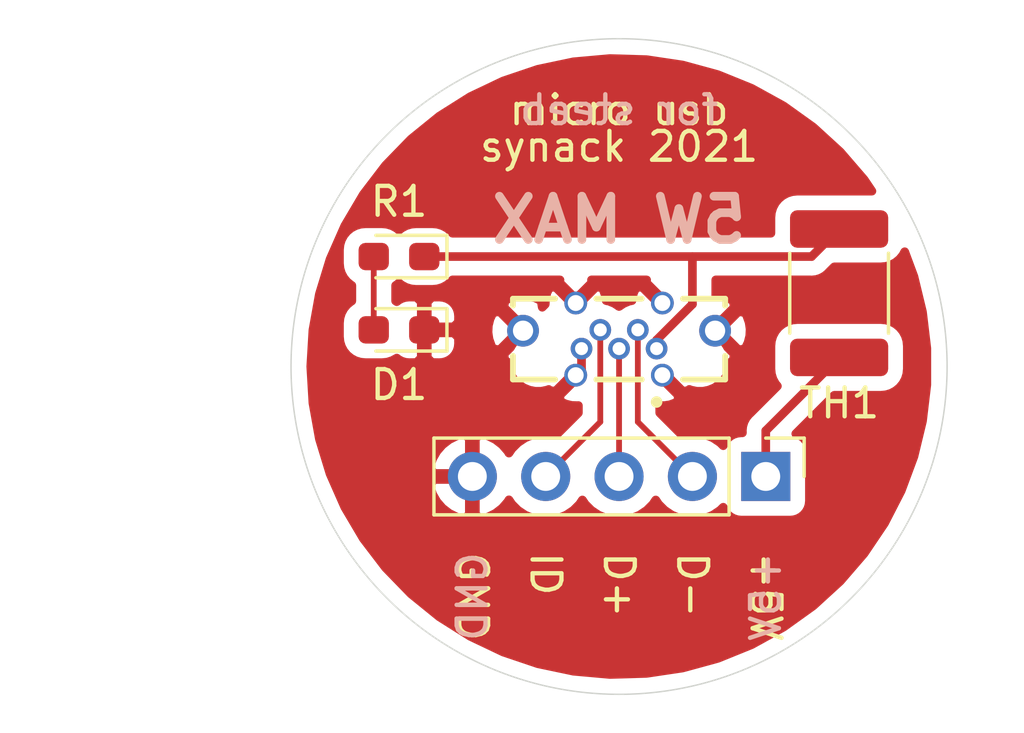
<source format=kicad_pcb>
(kicad_pcb (version 20171130) (host pcbnew "(5.1.9)-1")

  (general
    (thickness 1.6)
    (drawings 12)
    (tracks 15)
    (zones 0)
    (modules 5)
    (nets 8)
  )

  (page A4)
  (layers
    (0 F.Cu signal)
    (31 B.Cu signal)
    (32 B.Adhes user)
    (33 F.Adhes user)
    (34 B.Paste user)
    (35 F.Paste user)
    (36 B.SilkS user)
    (37 F.SilkS user)
    (38 B.Mask user)
    (39 F.Mask user)
    (40 Dwgs.User user)
    (41 Cmts.User user)
    (42 Eco1.User user)
    (43 Eco2.User user)
    (44 Edge.Cuts user)
    (45 Margin user)
    (46 B.CrtYd user)
    (47 F.CrtYd user)
    (48 B.Fab user)
    (49 F.Fab user)
  )

  (setup
    (last_trace_width 0.2)
    (trace_clearance 0.1524)
    (zone_clearance 0.508)
    (zone_45_only no)
    (trace_min 0.1524)
    (via_size 0.8)
    (via_drill 0.4)
    (via_min_size 0.127)
    (via_min_drill 0.254)
    (uvia_size 0.3)
    (uvia_drill 0.254)
    (uvias_allowed no)
    (uvia_min_size 0.254)
    (uvia_min_drill 0.254)
    (edge_width 0.05)
    (segment_width 0.2)
    (pcb_text_width 0.3)
    (pcb_text_size 1.5 1.5)
    (mod_edge_width 0.12)
    (mod_text_size 1 1)
    (mod_text_width 0.15)
    (pad_size 1.524 1.524)
    (pad_drill 0.762)
    (pad_to_mask_clearance 0.0508)
    (solder_mask_min_width 0.101)
    (aux_axis_origin 0 0)
    (visible_elements FFFFFF7F)
    (pcbplotparams
      (layerselection 0x010fc_ffffffff)
      (usegerberextensions false)
      (usegerberattributes true)
      (usegerberadvancedattributes true)
      (creategerberjobfile true)
      (excludeedgelayer true)
      (linewidth 0.100000)
      (plotframeref false)
      (viasonmask false)
      (mode 1)
      (useauxorigin false)
      (hpglpennumber 1)
      (hpglpenspeed 20)
      (hpglpendiameter 15.000000)
      (psnegative false)
      (psa4output false)
      (plotreference true)
      (plotvalue true)
      (plotinvisibletext false)
      (padsonsilk false)
      (subtractmaskfromsilk false)
      (outputformat 1)
      (mirror false)
      (drillshape 1)
      (scaleselection 1)
      (outputdirectory ""))
  )

  (net 0 "")
  (net 1 /VBUS)
  (net 2 /ID)
  (net 3 /GND)
  (net 4 /D-)
  (net 5 /D+)
  (net 6 "Net-(J2-Pad1)")
  (net 7 "Net-(D1-Pad2)")

  (net_class Default "This is the default net class."
    (clearance 0.1524)
    (trace_width 0.2)
    (via_dia 0.8)
    (via_drill 0.4)
    (uvia_dia 0.3)
    (uvia_drill 0.254)
    (add_net /D+)
    (add_net /D-)
    (add_net /ID)
    (add_net "Net-(D1-Pad2)")
  )

  (net_class Power ""
    (clearance 0.1524)
    (trace_width 0.3)
    (via_dia 0.8)
    (via_drill 0.4)
    (uvia_dia 0.3)
    (uvia_drill 0.254)
    (add_net /GND)
    (add_net /VBUS)
    (add_net "Net-(J2-Pad1)")
  )

  (module kicad_custom:GCT_USB3150-30-130-A (layer F.Cu) (tedit 605B9919) (tstamp 605C54B3)
    (at 182.88 74.93 180)
    (path /605B9BF6)
    (fp_text reference J1 (at 0.445 -3.889) (layer F.SilkS) hide
      (effects (font (size 1.4 1.4) (thickness 0.015)))
    )
    (fp_text value USB3150-30-130-A (at 1.27 -2.54) (layer F.Fab)
      (effects (font (size 1.4 1.4) (thickness 0.015)))
    )
    (fp_line (start 4.125 1.645) (end -4.125 1.645) (layer F.CrtYd) (width 0.05))
    (fp_line (start 4.125 1.645) (end 4.125 -2.215) (layer F.CrtYd) (width 0.05))
    (fp_line (start -4.125 -2.215) (end 4.125 -2.215) (layer F.CrtYd) (width 0.05))
    (fp_line (start -4.125 -2.215) (end -4.125 1.645) (layer F.CrtYd) (width 0.05))
    (fp_circle (center -1.3 -2.5) (end -1.2 -2.5) (layer F.Fab) (width 0.2))
    (fp_circle (center -1.3 -2.5) (end -1.2 -2.5) (layer F.SilkS) (width 0.2))
    (fp_line (start 2.215 1.08) (end 3.675 1.08) (layer F.SilkS) (width 0.2))
    (fp_line (start -0.785 1.08) (end 0.785 1.08) (layer F.SilkS) (width 0.2))
    (fp_line (start -3.675 1.08) (end -2.215 1.08) (layer F.SilkS) (width 0.2))
    (fp_line (start -3.675 0.84) (end -3.675 1.08) (layer F.SilkS) (width 0.2))
    (fp_line (start 3.675 0.84) (end 3.675 1.08) (layer F.SilkS) (width 0.2))
    (fp_line (start 3.675 -1.72) (end 3.675 -0.9) (layer F.SilkS) (width 0.2))
    (fp_line (start 2.215 -1.72) (end 3.675 -1.72) (layer F.SilkS) (width 0.2))
    (fp_line (start -0.785 -1.72) (end 0.785 -1.72) (layer F.SilkS) (width 0.2))
    (fp_line (start -3.675 -1.72) (end -2.215 -1.72) (layer F.SilkS) (width 0.2))
    (fp_line (start -3.675 -1.72) (end -3.675 1.08) (layer F.Fab) (width 0.1))
    (fp_line (start 3.675 1.08) (end -3.675 1.08) (layer F.Fab) (width 0.1))
    (fp_line (start 3.675 1.08) (end 3.675 -1.72) (layer F.Fab) (width 0.1))
    (fp_line (start -3.675 -1.72) (end 3.675 -1.72) (layer F.Fab) (width 0.1))
    (fp_line (start -3.675 -1.72) (end -3.675 -0.9) (layer F.SilkS) (width 0.2))
    (pad 1 thru_hole circle (at -1.3 -0.65 180) (size 0.75 0.75) (drill 0.45) (layers *.Cu *.Mask)
      (net 1 /VBUS))
    (pad 2 thru_hole circle (at -0.65 0 180) (size 0.75 0.75) (drill 0.45) (layers *.Cu *.Mask)
      (net 4 /D-))
    (pad 3 thru_hole circle (at 0 -0.65 180) (size 0.75 0.75) (drill 0.45) (layers *.Cu *.Mask)
      (net 5 /D+))
    (pad 4 thru_hole circle (at 0.65 0 180) (size 0.75 0.75) (drill 0.45) (layers *.Cu *.Mask)
      (net 2 /ID))
    (pad 5 thru_hole circle (at 1.3 -0.65 180) (size 0.75 0.75) (drill 0.45) (layers *.Cu *.Mask)
      (net 3 /GND))
    (pad S3 thru_hole circle (at -1.5 0.93 180) (size 0.79 0.79) (drill 0.55) (layers *.Cu *.Mask)
      (net 3 /GND))
    (pad S4 thru_hole circle (at 1.5 0.93 180) (size 0.79 0.79) (drill 0.55) (layers *.Cu *.Mask)
      (net 3 /GND))
    (pad S2 thru_hole circle (at 1.5 -1.57 180) (size 0.79 0.79) (drill 0.55) (layers *.Cu *.Mask)
      (net 3 /GND))
    (pad S1 thru_hole circle (at -1.5 -1.57 180) (size 0.79 0.79) (drill 0.55) (layers *.Cu *.Mask)
      (net 3 /GND))
    (pad S5 thru_hole circle (at -3.325 -0.03 180) (size 1.1 1.1) (drill 0.7) (layers *.Cu *.Mask)
      (net 3 /GND))
    (pad S6 thru_hole circle (at 3.325 -0.03 180) (size 1.1 1.1) (drill 0.7) (layers *.Cu *.Mask)
      (net 3 /GND))
    (pad None np_thru_hole circle (at -2.8 -1.07 180) (size 0.8 0.8) (drill 0.8) (layers *.Cu *.Mask))
    (pad None np_thru_hole circle (at 2.8 -1.07 180) (size 0.8 0.8) (drill 0.8) (layers *.Cu *.Mask))
    (model C:/Users/jerem/Documents/kicad_custom/USB3150-30-130-A.step
      (offset (xyz 0 0.4 -1.8))
      (scale (xyz 1 1 1))
      (rotate (xyz -90 180 0))
    )
  )

  (module Connector_PinHeader_2.54mm:PinHeader_1x05_P2.54mm_Vertical (layer F.Cu) (tedit 59FED5CC) (tstamp 605C58F3)
    (at 187.96 80.01 270)
    (descr "Through hole straight pin header, 1x05, 2.54mm pitch, single row")
    (tags "Through hole pin header THT 1x05 2.54mm single row")
    (path /605BAB78)
    (fp_text reference J2 (at 0 -2.33 90) (layer F.SilkS) hide
      (effects (font (size 1 1) (thickness 0.15)))
    )
    (fp_text value Conn_01x05_Female (at 2.54 5.08 180) (layer F.Fab)
      (effects (font (size 1 1) (thickness 0.15)))
    )
    (fp_line (start 1.8 -1.8) (end -1.8 -1.8) (layer F.CrtYd) (width 0.05))
    (fp_line (start 1.8 11.95) (end 1.8 -1.8) (layer F.CrtYd) (width 0.05))
    (fp_line (start -1.8 11.95) (end 1.8 11.95) (layer F.CrtYd) (width 0.05))
    (fp_line (start -1.8 -1.8) (end -1.8 11.95) (layer F.CrtYd) (width 0.05))
    (fp_line (start -1.33 -1.33) (end 0 -1.33) (layer F.SilkS) (width 0.12))
    (fp_line (start -1.33 0) (end -1.33 -1.33) (layer F.SilkS) (width 0.12))
    (fp_line (start -1.33 1.27) (end 1.33 1.27) (layer F.SilkS) (width 0.12))
    (fp_line (start 1.33 1.27) (end 1.33 11.49) (layer F.SilkS) (width 0.12))
    (fp_line (start -1.33 1.27) (end -1.33 11.49) (layer F.SilkS) (width 0.12))
    (fp_line (start -1.33 11.49) (end 1.33 11.49) (layer F.SilkS) (width 0.12))
    (fp_line (start -1.27 -0.635) (end -0.635 -1.27) (layer F.Fab) (width 0.1))
    (fp_line (start -1.27 11.43) (end -1.27 -0.635) (layer F.Fab) (width 0.1))
    (fp_line (start 1.27 11.43) (end -1.27 11.43) (layer F.Fab) (width 0.1))
    (fp_line (start 1.27 -1.27) (end 1.27 11.43) (layer F.Fab) (width 0.1))
    (fp_line (start -0.635 -1.27) (end 1.27 -1.27) (layer F.Fab) (width 0.1))
    (fp_text user %R (at 0 5.08) (layer F.Fab)
      (effects (font (size 1 1) (thickness 0.15)))
    )
    (pad 1 thru_hole rect (at 0 0 270) (size 1.7 1.7) (drill 1) (layers *.Cu *.Mask)
      (net 6 "Net-(J2-Pad1)"))
    (pad 2 thru_hole oval (at 0 2.54 270) (size 1.7 1.7) (drill 1) (layers *.Cu *.Mask)
      (net 4 /D-))
    (pad 3 thru_hole oval (at 0 5.08 270) (size 1.7 1.7) (drill 1) (layers *.Cu *.Mask)
      (net 5 /D+))
    (pad 4 thru_hole oval (at 0 7.62 270) (size 1.7 1.7) (drill 1) (layers *.Cu *.Mask)
      (net 2 /ID))
    (pad 5 thru_hole oval (at 0 10.16 270) (size 1.7 1.7) (drill 1) (layers *.Cu *.Mask)
      (net 3 /GND))
    (model ${KISYS3DMOD}/Connector_PinHeader_2.54mm.3dshapes/PinHeader_1x05_P2.54mm_Vertical.wrl
      (at (xyz 0 0 0))
      (scale (xyz 1 1 1))
      (rotate (xyz 0 0 0))
    )
  )

  (module Fuse:Fuse_1812_4532Metric_Pad1.30x3.40mm_HandSolder (layer F.Cu) (tedit 5F68FEF1) (tstamp 605C5F37)
    (at 190.5 73.66 90)
    (descr "Fuse SMD 1812 (4532 Metric), square (rectangular) end terminal, IPC_7351 nominal with elongated pad for handsoldering. (Body size source: https://www.nikhef.nl/pub/departments/mt/projects/detectorR_D/dtddice/ERJ2G.pdf), generated with kicad-footprint-generator")
    (tags "fuse handsolder")
    (path /605BEEE9)
    (attr smd)
    (fp_text reference TH1 (at -3.81 0 180) (layer F.SilkS)
      (effects (font (size 1 1) (thickness 0.15)))
    )
    (fp_text value 1812L110/33MR (at 3.81 0 180) (layer F.Fab)
      (effects (font (size 1 1) (thickness 0.15)))
    )
    (fp_line (start 3.12 1.95) (end -3.12 1.95) (layer F.CrtYd) (width 0.05))
    (fp_line (start 3.12 -1.95) (end 3.12 1.95) (layer F.CrtYd) (width 0.05))
    (fp_line (start -3.12 -1.95) (end 3.12 -1.95) (layer F.CrtYd) (width 0.05))
    (fp_line (start -3.12 1.95) (end -3.12 -1.95) (layer F.CrtYd) (width 0.05))
    (fp_line (start -1.386252 1.71) (end 1.386252 1.71) (layer F.SilkS) (width 0.12))
    (fp_line (start -1.386252 -1.71) (end 1.386252 -1.71) (layer F.SilkS) (width 0.12))
    (fp_line (start 2.25 1.6) (end -2.25 1.6) (layer F.Fab) (width 0.1))
    (fp_line (start 2.25 -1.6) (end 2.25 1.6) (layer F.Fab) (width 0.1))
    (fp_line (start -2.25 -1.6) (end 2.25 -1.6) (layer F.Fab) (width 0.1))
    (fp_line (start -2.25 1.6) (end -2.25 -1.6) (layer F.Fab) (width 0.1))
    (fp_text user %R (at 0 0 90) (layer F.Fab)
      (effects (font (size 1 1) (thickness 0.15)))
    )
    (pad 1 smd roundrect (at -2.225 0 90) (size 1.3 3.4) (layers F.Cu F.Paste F.Mask) (roundrect_rratio 0.192308)
      (net 6 "Net-(J2-Pad1)"))
    (pad 2 smd roundrect (at 2.225 0 90) (size 1.3 3.4) (layers F.Cu F.Paste F.Mask) (roundrect_rratio 0.192308)
      (net 1 /VBUS))
    (model ${KISYS3DMOD}/Fuse.3dshapes/Fuse_1812_4532Metric.wrl
      (at (xyz 0 0 0))
      (scale (xyz 1 1 1))
      (rotate (xyz 0 0 0))
    )
  )

  (module LED_SMD:LED_0603_1608Metric_Pad1.05x0.95mm_HandSolder (layer F.Cu) (tedit 5F68FEF1) (tstamp 605C697A)
    (at 175.26 74.93 180)
    (descr "LED SMD 0603 (1608 Metric), square (rectangular) end terminal, IPC_7351 nominal, (Body size source: http://www.tortai-tech.com/upload/download/2011102023233369053.pdf), generated with kicad-footprint-generator")
    (tags "LED handsolder")
    (path /605C311F)
    (attr smd)
    (fp_text reference D1 (at 0 -1.905) (layer F.SilkS)
      (effects (font (size 1 1) (thickness 0.15)))
    )
    (fp_text value LTST-C190KRKT (at 7.62 0) (layer F.Fab)
      (effects (font (size 1 1) (thickness 0.15)))
    )
    (fp_line (start 1.65 0.73) (end -1.65 0.73) (layer F.CrtYd) (width 0.05))
    (fp_line (start 1.65 -0.73) (end 1.65 0.73) (layer F.CrtYd) (width 0.05))
    (fp_line (start -1.65 -0.73) (end 1.65 -0.73) (layer F.CrtYd) (width 0.05))
    (fp_line (start -1.65 0.73) (end -1.65 -0.73) (layer F.CrtYd) (width 0.05))
    (fp_line (start -1.66 0.735) (end 0.8 0.735) (layer F.SilkS) (width 0.12))
    (fp_line (start -1.66 -0.735) (end -1.66 0.735) (layer F.SilkS) (width 0.12))
    (fp_line (start 0.8 -0.735) (end -1.66 -0.735) (layer F.SilkS) (width 0.12))
    (fp_line (start 0.8 0.4) (end 0.8 -0.4) (layer F.Fab) (width 0.1))
    (fp_line (start -0.8 0.4) (end 0.8 0.4) (layer F.Fab) (width 0.1))
    (fp_line (start -0.8 -0.1) (end -0.8 0.4) (layer F.Fab) (width 0.1))
    (fp_line (start -0.5 -0.4) (end -0.8 -0.1) (layer F.Fab) (width 0.1))
    (fp_line (start 0.8 -0.4) (end -0.5 -0.4) (layer F.Fab) (width 0.1))
    (fp_text user %R (at 0 0) (layer F.Fab)
      (effects (font (size 0.4 0.4) (thickness 0.06)))
    )
    (pad 1 smd roundrect (at -0.875 0 180) (size 1.05 0.95) (layers F.Cu F.Paste F.Mask) (roundrect_rratio 0.25)
      (net 3 /GND))
    (pad 2 smd roundrect (at 0.875 0 180) (size 1.05 0.95) (layers F.Cu F.Paste F.Mask) (roundrect_rratio 0.25)
      (net 7 "Net-(D1-Pad2)"))
    (model ${KISYS3DMOD}/LED_SMD.3dshapes/LED_0603_1608Metric.wrl
      (at (xyz 0 0 0))
      (scale (xyz 1 1 1))
      (rotate (xyz 0 0 0))
    )
  )

  (module LED_SMD:LED_0603_1608Metric_Pad1.05x0.95mm_HandSolder (layer F.Cu) (tedit 5F68FEF1) (tstamp 605C6AE0)
    (at 175.26 72.39 180)
    (descr "LED SMD 0603 (1608 Metric), square (rectangular) end terminal, IPC_7351 nominal, (Body size source: http://www.tortai-tech.com/upload/download/2011102023233369053.pdf), generated with kicad-footprint-generator")
    (tags "LED handsolder")
    (path /605C3E7D)
    (attr smd)
    (fp_text reference R1 (at 0 1.905) (layer F.SilkS)
      (effects (font (size 1 1) (thickness 0.15)))
    )
    (fp_text value 150 (at 0 1.43) (layer F.Fab)
      (effects (font (size 1 1) (thickness 0.15)))
    )
    (fp_text user %R (at 0 0) (layer F.Fab)
      (effects (font (size 0.4 0.4) (thickness 0.06)))
    )
    (fp_line (start 0.8 -0.4) (end -0.5 -0.4) (layer F.Fab) (width 0.1))
    (fp_line (start -0.5 -0.4) (end -0.8 -0.1) (layer F.Fab) (width 0.1))
    (fp_line (start -0.8 -0.1) (end -0.8 0.4) (layer F.Fab) (width 0.1))
    (fp_line (start -0.8 0.4) (end 0.8 0.4) (layer F.Fab) (width 0.1))
    (fp_line (start 0.8 0.4) (end 0.8 -0.4) (layer F.Fab) (width 0.1))
    (fp_line (start 0.8 -0.735) (end -1.66 -0.735) (layer F.SilkS) (width 0.12))
    (fp_line (start -1.66 -0.735) (end -1.66 0.735) (layer F.SilkS) (width 0.12))
    (fp_line (start -1.66 0.735) (end 0.8 0.735) (layer F.SilkS) (width 0.12))
    (fp_line (start -1.65 0.73) (end -1.65 -0.73) (layer F.CrtYd) (width 0.05))
    (fp_line (start -1.65 -0.73) (end 1.65 -0.73) (layer F.CrtYd) (width 0.05))
    (fp_line (start 1.65 -0.73) (end 1.65 0.73) (layer F.CrtYd) (width 0.05))
    (fp_line (start 1.65 0.73) (end -1.65 0.73) (layer F.CrtYd) (width 0.05))
    (pad 2 smd roundrect (at 0.875 0 180) (size 1.05 0.95) (layers F.Cu F.Paste F.Mask) (roundrect_rratio 0.25)
      (net 7 "Net-(D1-Pad2)"))
    (pad 1 smd roundrect (at -0.875 0 180) (size 1.05 0.95) (layers F.Cu F.Paste F.Mask) (roundrect_rratio 0.25)
      (net 1 /VBUS))
    (model ${KISYS3DMOD}/LED_SMD.3dshapes/LED_0603_1608Metric.wrl
      (at (xyz 0 0 0))
      (scale (xyz 1 1 1))
      (rotate (xyz 0 0 0))
    )
  )

  (gr_text "5W MAX" (at 182.88 71.12) (layer B.SilkS)
    (effects (font (size 1.5 1.5) (thickness 0.3)) (justify mirror))
  )
  (gr_text "micro usb" (at 182.88 67.31) (layer F.SilkS)
    (effects (font (size 1 1) (thickness 0.15)))
  )
  (gr_circle (center 182.88 76.2) (end 193.04 81.28) (layer Edge.Cuts) (width 0.05))
  (gr_text "for steeb" (at 182.88 67.31) (layer B.SilkS)
    (effects (font (size 1 1) (thickness 0.15)) (justify mirror))
  )
  (gr_text "synack 2021" (at 182.88 68.58) (layer F.SilkS)
    (effects (font (size 1 1) (thickness 0.15)))
  )
  (gr_text ID (at 180.34 82.55 270) (layer F.SilkS)
    (effects (font (size 1 1) (thickness 0.15)) (justify left))
  )
  (gr_text D- (at 185.42 82.55 270) (layer F.SilkS)
    (effects (font (size 1 1) (thickness 0.15)) (justify left))
  )
  (gr_text D+ (at 182.88 82.55 270) (layer F.SilkS)
    (effects (font (size 1 1) (thickness 0.15)) (justify left))
  )
  (gr_text GND (at 177.8 82.55 90) (layer B.SilkS)
    (effects (font (size 1 1) (thickness 0.15)) (justify left mirror))
  )
  (gr_text +5V (at 187.96 82.55 90) (layer B.SilkS)
    (effects (font (size 1 1) (thickness 0.15)) (justify left mirror))
  )
  (gr_text +5V (at 187.96 82.55 -90) (layer F.SilkS) (tstamp 605C5CC8)
    (effects (font (size 1 1) (thickness 0.15)) (justify left))
  )
  (gr_text GND (at 177.8 82.55 -90) (layer F.SilkS)
    (effects (font (size 1 1) (thickness 0.15)) (justify left))
  )

  (segment (start 189.545 72.39) (end 190.5 71.435) (width 0.3) (layer F.Cu) (net 1))
  (segment (start 176.135 72.39) (end 189.545 72.39) (width 0.3) (layer F.Cu) (net 1))
  (segment (start 184.18 75.282554) (end 185.42 74.042554) (width 0.3) (layer F.Cu) (net 1))
  (segment (start 184.18 75.58) (end 184.18 75.282554) (width 0.3) (layer F.Cu) (net 1))
  (segment (start 185.42 74.042554) (end 185.42 72.39) (width 0.3) (layer F.Cu) (net 1))
  (segment (start 182.23 78.12) (end 180.34 80.01) (width 0.2) (layer F.Cu) (net 2) (status 20))
  (segment (start 182.23 74.93) (end 182.23 78.12) (width 0.2) (layer F.Cu) (net 2) (status 10))
  (segment (start 181.58 76.3) (end 181.38 76.5) (width 0.3) (layer F.Cu) (net 3) (status 30))
  (segment (start 181.58 75.58) (end 181.58 76.3) (width 0.3) (layer F.Cu) (net 3) (status 30))
  (segment (start 183.53 78.12) (end 185.42 80.01) (width 0.2) (layer F.Cu) (net 4) (status 20))
  (segment (start 183.53 74.93) (end 183.53 78.12) (width 0.2) (layer F.Cu) (net 4) (status 10))
  (segment (start 182.88 75.58) (end 182.88 80.01) (width 0.2) (layer F.Cu) (net 5) (status 30))
  (segment (start 187.96 78.425) (end 190.5 75.885) (width 0.3) (layer F.Cu) (net 6) (status 20))
  (segment (start 187.96 80.01) (end 187.96 78.425) (width 0.3) (layer F.Cu) (net 6) (status 10))
  (segment (start 174.385 72.39) (end 174.385 74.93) (width 0.2) (layer F.Cu) (net 7) (status 30))

  (zone (net 1) (net_name /VBUS) (layer B.Cu) (tstamp 0) (hatch edge 0.508)
    (connect_pads (clearance 0.508))
    (min_thickness 0.3)
    (fill yes (arc_segments 32) (thermal_gap 0.508) (thermal_bridge_width 0.508))
    (polygon
      (pts
        (xy 195.58 88.9) (xy 170.18 88.9) (xy 170.18 63.5) (xy 195.58 63.5)
      )
    )
  )
  (zone (net 3) (net_name /GND) (layer F.Cu) (tstamp 0) (hatch edge 0.508)
    (connect_pads (clearance 0.508))
    (min_thickness 0.3)
    (fill yes (arc_segments 32) (thermal_gap 0.508) (thermal_bridge_width 0.508))
    (polygon
      (pts
        (xy 195.58 88.9) (xy 170.18 88.9) (xy 170.18 63.5) (xy 195.58 63.5)
      )
    )
    (filled_polygon
      (pts
        (xy 183.828005 65.565948) (xy 185.079074 65.752711) (xy 186.299273 66.086131) (xy 187.471473 66.561527) (xy 188.579218 67.172227)
        (xy 189.60696 67.909657) (xy 190.540269 68.763464) (xy 191.366045 69.721665) (xy 191.636915 70.123817) (xy 189.05 70.123817)
        (xy 188.872237 70.141325) (xy 188.701305 70.193177) (xy 188.543774 70.277379) (xy 188.405696 70.390696) (xy 188.292379 70.528774)
        (xy 188.208177 70.686305) (xy 188.156325 70.857237) (xy 188.138817 71.035) (xy 188.138817 71.582) (xy 185.459688 71.582)
        (xy 185.42 71.578091) (xy 185.380312 71.582) (xy 177.111281 71.582) (xy 177.057965 71.517035) (xy 176.921782 71.405272)
        (xy 176.766411 71.322225) (xy 176.597824 71.271085) (xy 176.4225 71.253817) (xy 175.8475 71.253817) (xy 175.672176 71.271085)
        (xy 175.503589 71.322225) (xy 175.348218 71.405272) (xy 175.26 71.477671) (xy 175.171782 71.405272) (xy 175.016411 71.322225)
        (xy 174.847824 71.271085) (xy 174.6725 71.253817) (xy 174.0975 71.253817) (xy 173.922176 71.271085) (xy 173.753589 71.322225)
        (xy 173.598218 71.405272) (xy 173.462035 71.517035) (xy 173.350272 71.653218) (xy 173.267225 71.808589) (xy 173.216085 71.977176)
        (xy 173.198817 72.1525) (xy 173.198817 72.6275) (xy 173.216085 72.802824) (xy 173.267225 72.971411) (xy 173.350272 73.126782)
        (xy 173.462035 73.262965) (xy 173.598218 73.374728) (xy 173.627 73.390112) (xy 173.627001 73.929887) (xy 173.598218 73.945272)
        (xy 173.462035 74.057035) (xy 173.350272 74.193218) (xy 173.267225 74.348589) (xy 173.216085 74.517176) (xy 173.198817 74.6925)
        (xy 173.198817 75.1675) (xy 173.216085 75.342824) (xy 173.267225 75.511411) (xy 173.350272 75.666782) (xy 173.462035 75.802965)
        (xy 173.598218 75.914728) (xy 173.753589 75.997775) (xy 173.922176 76.048915) (xy 174.0975 76.066183) (xy 174.6725 76.066183)
        (xy 174.847824 76.048915) (xy 175.016411 75.997775) (xy 175.171782 75.914728) (xy 175.182838 75.905655) (xy 175.242666 75.954754)
        (xy 175.356976 76.015854) (xy 175.481009 76.05348) (xy 175.61 76.066184) (xy 175.8665 76.063) (xy 176.031 75.8985)
        (xy 176.031 75.034) (xy 176.239 75.034) (xy 176.239 75.8985) (xy 176.4035 76.063) (xy 176.66 76.066184)
        (xy 176.788991 76.05348) (xy 176.913024 76.015854) (xy 177.027334 75.954754) (xy 177.127528 75.872528) (xy 177.209754 75.772334)
        (xy 177.270854 75.658024) (xy 177.30848 75.533991) (xy 177.321184 75.405) (xy 177.318 75.1985) (xy 177.1535 75.034)
        (xy 176.239 75.034) (xy 176.031 75.034) (xy 176.011 75.034) (xy 176.011 75.016441) (xy 178.342468 75.016441)
        (xy 178.376778 75.251909) (xy 178.456365 75.47616) (xy 178.51546 75.586719) (xy 178.743115 75.624807) (xy 179.407922 74.96)
        (xy 178.743115 74.295193) (xy 178.51546 74.333281) (xy 178.413168 74.548128) (xy 178.354756 74.778802) (xy 178.342468 75.016441)
        (xy 176.011 75.016441) (xy 176.011 74.826) (xy 176.031 74.826) (xy 176.031 73.9615) (xy 176.239 73.9615)
        (xy 176.239 74.826) (xy 177.1535 74.826) (xy 177.318 74.6615) (xy 177.321184 74.455) (xy 177.30848 74.326009)
        (xy 177.270854 74.201976) (xy 177.209754 74.087666) (xy 177.127528 73.987472) (xy 177.027334 73.905246) (xy 176.913024 73.844146)
        (xy 176.788991 73.80652) (xy 176.66 73.793816) (xy 176.4035 73.797) (xy 176.239 73.9615) (xy 176.031 73.9615)
        (xy 175.8665 73.797) (xy 175.61 73.793816) (xy 175.481009 73.80652) (xy 175.356976 73.844146) (xy 175.242666 73.905246)
        (xy 175.182838 73.954345) (xy 175.171782 73.945272) (xy 175.143 73.929888) (xy 175.143 73.390112) (xy 175.171782 73.374728)
        (xy 175.26 73.302329) (xy 175.348218 73.374728) (xy 175.503589 73.457775) (xy 175.672176 73.508915) (xy 175.8475 73.526183)
        (xy 176.4225 73.526183) (xy 176.597824 73.508915) (xy 176.766411 73.457775) (xy 176.921782 73.374728) (xy 177.057965 73.262965)
        (xy 177.111281 73.198) (xy 180.835132 73.198) (xy 180.825966 73.298888) (xy 181.38 73.852922) (xy 181.934034 73.298888)
        (xy 181.924868 73.198) (xy 183.835132 73.198) (xy 183.825966 73.298888) (xy 184.38 73.852922) (xy 184.394143 73.83878)
        (xy 184.437616 73.882253) (xy 184.262253 74.057616) (xy 184.21878 74.014143) (xy 184.232922 74) (xy 183.678888 73.445966)
        (xy 183.466998 73.465217) (xy 183.38021 73.65361) (xy 183.331844 73.855315) (xy 183.329451 73.916654) (xy 183.228685 73.936698)
        (xy 183.040691 74.014567) (xy 182.88 74.121938) (xy 182.719309 74.014567) (xy 182.531315 73.936698) (xy 182.433027 73.917147)
        (xy 182.403739 73.732559) (xy 182.331892 73.537976) (xy 182.293002 73.465217) (xy 182.081112 73.445966) (xy 181.527078 74)
        (xy 181.541221 74.014143) (xy 181.394143 74.161221) (xy 181.38 74.147078) (xy 181.365858 74.161221) (xy 181.21878 74.014143)
        (xy 181.232922 74) (xy 180.678888 73.445966) (xy 180.466998 73.465217) (xy 180.38021 73.65361) (xy 180.331844 73.855315)
        (xy 180.324505 74.043414) (xy 180.219807 74.148112) (xy 180.181719 73.92046) (xy 179.966872 73.818168) (xy 179.736198 73.759756)
        (xy 179.498559 73.747468) (xy 179.263091 73.781778) (xy 179.03884 73.861365) (xy 178.928281 73.92046) (xy 178.890193 74.148115)
        (xy 179.555 74.812922) (xy 179.569143 74.79878) (xy 179.716221 74.945858) (xy 179.702078 74.96) (xy 179.716221 74.974143)
        (xy 179.66267 75.027693) (xy 179.578849 75.062413) (xy 179.405564 75.178198) (xy 179.258198 75.325564) (xy 179.142413 75.498849)
        (xy 179.127694 75.534384) (xy 178.890193 75.771885) (xy 178.928281 75.99954) (xy 179.022 76.044161) (xy 179.022 76.104204)
        (xy 179.062659 76.308607) (xy 179.142413 76.501151) (xy 179.258198 76.674436) (xy 179.405564 76.821802) (xy 179.578849 76.937587)
        (xy 179.771393 77.017341) (xy 179.975796 77.058) (xy 180.184204 77.058) (xy 180.388607 77.017341) (xy 180.445155 76.993918)
        (xy 180.466998 77.034783) (xy 180.678888 77.054034) (xy 181.19366 76.539262) (xy 181.242065 76.561449) (xy 181.44003 76.608518)
        (xy 181.446601 76.608762) (xy 181.394143 76.661221) (xy 181.38 76.647078) (xy 180.825966 77.201112) (xy 180.845217 77.413002)
        (xy 181.03361 77.49979) (xy 181.235315 77.548156) (xy 181.442581 77.556243) (xy 181.472001 77.551575) (xy 181.472001 77.806025)
        (xy 180.728328 78.549699) (xy 180.488525 78.502) (xy 180.191475 78.502) (xy 179.900132 78.559951) (xy 179.625694 78.673627)
        (xy 179.378706 78.83866) (xy 179.16866 79.048706) (xy 179.066454 79.201668) (xy 179.028383 79.135272) (xy 178.834129 78.912434)
        (xy 178.600134 78.731775) (xy 178.33539 78.600237) (xy 178.138061 78.540381) (xy 177.904 78.670531) (xy 177.904 79.906)
        (xy 177.924 79.906) (xy 177.924 80.114) (xy 177.904 80.114) (xy 177.904 81.349469) (xy 178.138061 81.479619)
        (xy 178.33539 81.419763) (xy 178.600134 81.288225) (xy 178.834129 81.107566) (xy 179.028383 80.884728) (xy 179.066454 80.818332)
        (xy 179.16866 80.971294) (xy 179.378706 81.18134) (xy 179.625694 81.346373) (xy 179.900132 81.460049) (xy 180.191475 81.518)
        (xy 180.488525 81.518) (xy 180.779868 81.460049) (xy 181.054306 81.346373) (xy 181.301294 81.18134) (xy 181.51134 80.971294)
        (xy 181.61 80.82364) (xy 181.70866 80.971294) (xy 181.918706 81.18134) (xy 182.165694 81.346373) (xy 182.440132 81.460049)
        (xy 182.731475 81.518) (xy 183.028525 81.518) (xy 183.319868 81.460049) (xy 183.594306 81.346373) (xy 183.841294 81.18134)
        (xy 184.05134 80.971294) (xy 184.15 80.82364) (xy 184.24866 80.971294) (xy 184.458706 81.18134) (xy 184.705694 81.346373)
        (xy 184.980132 81.460049) (xy 185.271475 81.518) (xy 185.568525 81.518) (xy 185.859868 81.460049) (xy 186.134306 81.346373)
        (xy 186.381294 81.18134) (xy 186.487617 81.075017) (xy 186.499147 81.113024) (xy 186.560246 81.227334) (xy 186.642473 81.327527)
        (xy 186.742666 81.409754) (xy 186.856976 81.470853) (xy 186.98101 81.508479) (xy 187.11 81.521183) (xy 188.81 81.521183)
        (xy 188.93899 81.508479) (xy 189.063024 81.470853) (xy 189.177334 81.409754) (xy 189.277527 81.327527) (xy 189.359754 81.227334)
        (xy 189.420853 81.113024) (xy 189.458479 80.98899) (xy 189.471183 80.86) (xy 189.471183 79.16) (xy 189.458479 79.03101)
        (xy 189.420853 78.906976) (xy 189.359754 78.792666) (xy 189.277527 78.692473) (xy 189.177334 78.610246) (xy 189.063024 78.549147)
        (xy 188.998201 78.529483) (xy 190.331501 77.196183) (xy 191.95 77.196183) (xy 192.127763 77.178675) (xy 192.298695 77.126823)
        (xy 192.456226 77.042621) (xy 192.594304 76.929304) (xy 192.707621 76.791226) (xy 192.791823 76.633695) (xy 192.843675 76.462763)
        (xy 192.861183 76.285) (xy 192.861183 75.485) (xy 192.843675 75.307237) (xy 192.791823 75.136305) (xy 192.707621 74.978774)
        (xy 192.594304 74.840696) (xy 192.456226 74.727379) (xy 192.298695 74.643177) (xy 192.127763 74.591325) (xy 191.95 74.573817)
        (xy 189.05 74.573817) (xy 188.872237 74.591325) (xy 188.701305 74.643177) (xy 188.543774 74.727379) (xy 188.405696 74.840696)
        (xy 188.292379 74.978774) (xy 188.208177 75.136305) (xy 188.156325 75.307237) (xy 188.138817 75.485) (xy 188.138817 76.285)
        (xy 188.156325 76.462763) (xy 188.208177 76.633695) (xy 188.292379 76.791226) (xy 188.363919 76.878398) (xy 187.416723 77.825594)
        (xy 187.385895 77.850894) (xy 187.284923 77.973928) (xy 187.223673 78.08852) (xy 187.209895 78.114296) (xy 187.163692 78.266604)
        (xy 187.148092 78.425) (xy 187.152001 78.46469) (xy 187.152001 78.498817) (xy 187.11 78.498817) (xy 186.98101 78.511521)
        (xy 186.856976 78.549147) (xy 186.742666 78.610246) (xy 186.642473 78.692473) (xy 186.560246 78.792666) (xy 186.499147 78.906976)
        (xy 186.487617 78.944983) (xy 186.381294 78.83866) (xy 186.134306 78.673627) (xy 185.859868 78.559951) (xy 185.568525 78.502)
        (xy 185.271475 78.502) (xy 185.031672 78.549699) (xy 184.288 77.806028) (xy 184.288 77.550212) (xy 184.442581 77.556243)
        (xy 184.647441 77.523739) (xy 184.842024 77.451892) (xy 184.914783 77.413002) (xy 184.934034 77.201112) (xy 184.38 76.647078)
        (xy 184.365858 76.661221) (xy 184.311681 76.607044) (xy 184.481315 76.573302) (xy 184.565507 76.538429) (xy 185.081112 77.054034)
        (xy 185.293002 77.034783) (xy 185.312311 76.992869) (xy 185.371393 77.017341) (xy 185.575796 77.058) (xy 185.784204 77.058)
        (xy 185.988607 77.017341) (xy 186.181151 76.937587) (xy 186.354436 76.821802) (xy 186.501802 76.674436) (xy 186.617587 76.501151)
        (xy 186.697341 76.308607) (xy 186.738 76.104204) (xy 186.738 76.049634) (xy 186.831719 75.99954) (xy 186.869807 75.771885)
        (xy 186.632306 75.534384) (xy 186.617587 75.498849) (xy 186.501802 75.325564) (xy 186.354436 75.178198) (xy 186.181151 75.062413)
        (xy 186.09733 75.027693) (xy 186.04378 74.974143) (xy 186.057922 74.96) (xy 186.352078 74.96) (xy 187.016885 75.624807)
        (xy 187.24454 75.586719) (xy 187.346832 75.371872) (xy 187.405244 75.141198) (xy 187.417532 74.903559) (xy 187.383222 74.668091)
        (xy 187.303635 74.44384) (xy 187.24454 74.333281) (xy 187.016885 74.295193) (xy 186.352078 74.96) (xy 186.057922 74.96)
        (xy 186.04378 74.945858) (xy 186.190858 74.79878) (xy 186.205 74.812922) (xy 186.869807 74.148115) (xy 186.831719 73.92046)
        (xy 186.616872 73.818168) (xy 186.386198 73.759756) (xy 186.228 73.751576) (xy 186.228 73.198) (xy 189.50532 73.198)
        (xy 189.545 73.201908) (xy 189.58468 73.198) (xy 189.584688 73.198) (xy 189.703396 73.186308) (xy 189.855704 73.140106)
        (xy 189.996072 73.065078) (xy 190.119106 72.964106) (xy 190.144411 72.933273) (xy 190.3315 72.746183) (xy 191.95 72.746183)
        (xy 192.127763 72.728675) (xy 192.298695 72.676823) (xy 192.456226 72.592621) (xy 192.594304 72.479304) (xy 192.707621 72.341226)
        (xy 192.771339 72.222019) (xy 193.090752 73.081936) (xy 193.387867 74.31148) (xy 193.537475 75.567534) (xy 193.537475 76.832466)
        (xy 193.387867 78.08852) (xy 193.090752 79.318064) (xy 192.650301 80.503836) (xy 192.072695 81.629193) (xy 191.366045 82.678335)
        (xy 190.540269 83.636536) (xy 189.60696 84.490343) (xy 188.579218 85.227773) (xy 187.471473 85.838473) (xy 186.299273 86.313869)
        (xy 185.079074 86.647289) (xy 183.828005 86.834052) (xy 182.563628 86.871536) (xy 181.303692 86.759216) (xy 180.065884 86.498667)
        (xy 178.86758 86.093547) (xy 177.725602 85.549543) (xy 176.65598 84.874293) (xy 175.67373 84.077274) (xy 174.79264 83.169676)
        (xy 174.025078 82.164239) (xy 173.381821 81.075076) (xy 173.06157 80.348062) (xy 176.330378 80.348062) (xy 176.424569 80.628275)
        (xy 176.571617 80.884728) (xy 176.765871 81.107566) (xy 176.999866 81.288225) (xy 177.26461 81.419763) (xy 177.461939 81.479619)
        (xy 177.696 81.349469) (xy 177.696 80.114) (xy 176.460087 80.114) (xy 176.330378 80.348062) (xy 173.06157 80.348062)
        (xy 172.871897 79.917479) (xy 172.796917 79.671938) (xy 176.330378 79.671938) (xy 176.460087 79.906) (xy 177.696 79.906)
        (xy 177.696 78.670531) (xy 177.461939 78.540381) (xy 177.26461 78.600237) (xy 176.999866 78.731775) (xy 176.765871 78.912434)
        (xy 176.571617 79.135272) (xy 176.424569 79.391725) (xy 176.330378 79.671938) (xy 172.796917 79.671938) (xy 172.502465 78.707696)
        (xy 172.27871 77.462711) (xy 172.203775 76.2) (xy 172.27871 74.937289) (xy 172.502465 73.692304) (xy 172.871897 72.482521)
        (xy 173.381821 71.324924) (xy 174.025078 70.235761) (xy 174.79264 69.230324) (xy 175.67373 68.322726) (xy 176.65598 67.525707)
        (xy 177.725602 66.850457) (xy 178.86758 66.306453) (xy 180.065884 65.901333) (xy 181.303692 65.640784) (xy 182.563628 65.528464)
      )
    )
  )
)

</source>
